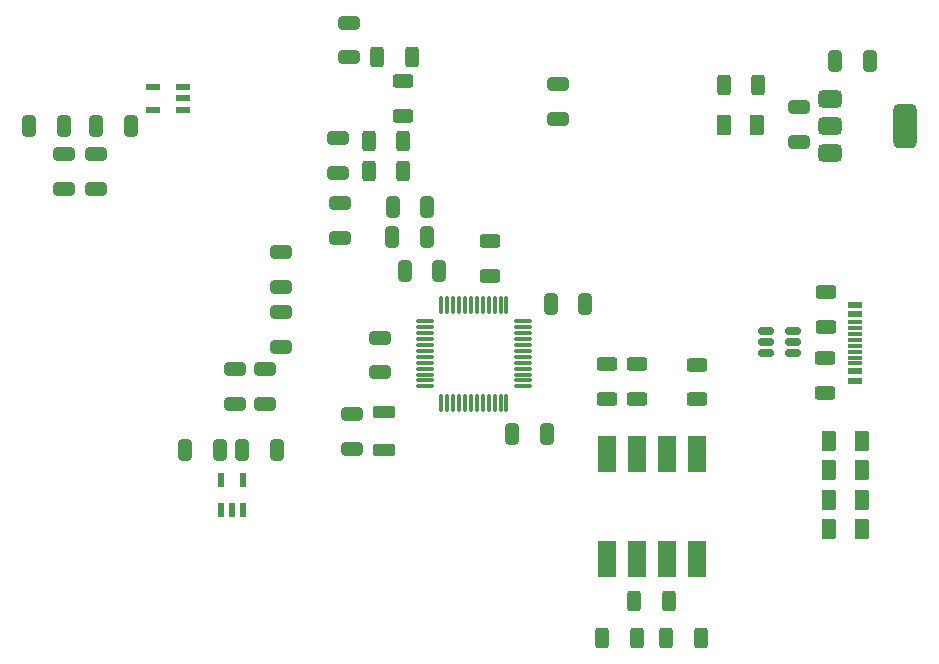
<source format=gbr>
%TF.GenerationSoftware,KiCad,Pcbnew,8.0.2*%
%TF.CreationDate,2024-05-08T19:58:38+03:00*%
%TF.ProjectId,deneme,64656e65-6d65-42e6-9b69-6361645f7063,rev?*%
%TF.SameCoordinates,Original*%
%TF.FileFunction,Paste,Top*%
%TF.FilePolarity,Positive*%
%FSLAX46Y46*%
G04 Gerber Fmt 4.6, Leading zero omitted, Abs format (unit mm)*
G04 Created by KiCad (PCBNEW 8.0.2) date 2024-05-08 19:58:38*
%MOMM*%
%LPD*%
G01*
G04 APERTURE LIST*
G04 Aperture macros list*
%AMRoundRect*
0 Rectangle with rounded corners*
0 $1 Rounding radius*
0 $2 $3 $4 $5 $6 $7 $8 $9 X,Y pos of 4 corners*
0 Add a 4 corners polygon primitive as box body*
4,1,4,$2,$3,$4,$5,$6,$7,$8,$9,$2,$3,0*
0 Add four circle primitives for the rounded corners*
1,1,$1+$1,$2,$3*
1,1,$1+$1,$4,$5*
1,1,$1+$1,$6,$7*
1,1,$1+$1,$8,$9*
0 Add four rect primitives between the rounded corners*
20,1,$1+$1,$2,$3,$4,$5,0*
20,1,$1+$1,$4,$5,$6,$7,0*
20,1,$1+$1,$6,$7,$8,$9,0*
20,1,$1+$1,$8,$9,$2,$3,0*%
G04 Aperture macros list end*
%ADD10RoundRect,0.250000X0.375000X0.625000X-0.375000X0.625000X-0.375000X-0.625000X0.375000X-0.625000X0*%
%ADD11RoundRect,0.250000X-0.325000X-0.650000X0.325000X-0.650000X0.325000X0.650000X-0.325000X0.650000X0*%
%ADD12RoundRect,0.250000X0.650000X-0.325000X0.650000X0.325000X-0.650000X0.325000X-0.650000X-0.325000X0*%
%ADD13RoundRect,0.250000X-0.312500X-0.625000X0.312500X-0.625000X0.312500X0.625000X-0.312500X0.625000X0*%
%ADD14RoundRect,0.250000X-0.650000X0.325000X-0.650000X-0.325000X0.650000X-0.325000X0.650000X0.325000X0*%
%ADD15RoundRect,0.250000X0.325000X0.650000X-0.325000X0.650000X-0.325000X-0.650000X0.325000X-0.650000X0*%
%ADD16RoundRect,0.375000X-0.625000X-0.375000X0.625000X-0.375000X0.625000X0.375000X-0.625000X0.375000X0*%
%ADD17RoundRect,0.500000X-0.500000X-1.400000X0.500000X-1.400000X0.500000X1.400000X-0.500000X1.400000X0*%
%ADD18RoundRect,0.250000X0.312500X0.625000X-0.312500X0.625000X-0.312500X-0.625000X0.312500X-0.625000X0*%
%ADD19RoundRect,0.150000X0.512500X0.150000X-0.512500X0.150000X-0.512500X-0.150000X0.512500X-0.150000X0*%
%ADD20RoundRect,0.088500X0.516500X0.206500X-0.516500X0.206500X-0.516500X-0.206500X0.516500X-0.206500X0*%
%ADD21RoundRect,0.250000X-0.625000X0.312500X-0.625000X-0.312500X0.625000X-0.312500X0.625000X0.312500X0*%
%ADD22R,1.160000X0.600000*%
%ADD23R,1.160000X0.300000*%
%ADD24RoundRect,0.088500X0.206500X-0.516500X0.206500X0.516500X-0.206500X0.516500X-0.206500X-0.516500X0*%
%ADD25RoundRect,0.075000X-0.662500X-0.075000X0.662500X-0.075000X0.662500X0.075000X-0.662500X0.075000X0*%
%ADD26RoundRect,0.075000X-0.075000X-0.662500X0.075000X-0.662500X0.075000X0.662500X-0.075000X0.662500X0*%
%ADD27RoundRect,0.250000X0.625000X-0.312500X0.625000X0.312500X-0.625000X0.312500X-0.625000X-0.312500X0*%
%ADD28R,1.600000X3.100000*%
%ADD29RoundRect,0.250000X-0.700000X0.275000X-0.700000X-0.275000X0.700000X-0.275000X0.700000X0.275000X0*%
%ADD30RoundRect,0.250000X-0.375000X-0.625000X0.375000X-0.625000X0.375000X0.625000X-0.375000X0.625000X0*%
G04 APERTURE END LIST*
D10*
%TO.C,D2*%
X200800000Y-86775000D03*
X198000000Y-86775000D03*
%TD*%
D11*
%TO.C,C20*%
X135955000Y-55150000D03*
X138905000Y-55150000D03*
%TD*%
D12*
%TO.C,R17*%
X135950000Y-60455000D03*
X135950000Y-57505000D03*
%TD*%
D13*
%TO.C,R8*%
X184237500Y-98480000D03*
X187162500Y-98480000D03*
%TD*%
D11*
%TO.C,C2*%
X174445000Y-70190000D03*
X177395000Y-70190000D03*
%TD*%
D14*
%TO.C,R16*%
X147760000Y-75725000D03*
X147760000Y-78675000D03*
%TD*%
D15*
%TO.C,C5*%
X164015000Y-62040000D03*
X161065000Y-62040000D03*
%TD*%
D16*
%TO.C,U2*%
X198130000Y-52845000D03*
X198130000Y-55145000D03*
D17*
X204430000Y-55145000D03*
D16*
X198130000Y-57445000D03*
%TD*%
D12*
%TO.C,C12*%
X195500000Y-56475000D03*
X195500000Y-53525000D03*
%TD*%
D18*
%TO.C,R13*%
X161972500Y-56430000D03*
X159047500Y-56430000D03*
%TD*%
D19*
%TO.C,U5*%
X194977500Y-74395000D03*
X194977500Y-73445000D03*
X194977500Y-72495000D03*
X192702500Y-72495000D03*
X192702500Y-73445000D03*
X192702500Y-74395000D03*
%TD*%
D18*
%TO.C,R9*%
X184472500Y-95370000D03*
X181547500Y-95370000D03*
%TD*%
D12*
%TO.C,R15*%
X133260000Y-60455000D03*
X133260000Y-57505000D03*
%TD*%
D20*
%TO.C,U4*%
X143317500Y-53750000D03*
X143317500Y-52800000D03*
X143317500Y-51850000D03*
X140807500Y-51850000D03*
X140807500Y-53750000D03*
%TD*%
D14*
%TO.C,R18*%
X150260000Y-75705000D03*
X150260000Y-78655000D03*
%TD*%
D15*
%TO.C,C1*%
X163995000Y-64530000D03*
X161045000Y-64530000D03*
%TD*%
D12*
%TO.C,C8*%
X157620000Y-82485000D03*
X157620000Y-79535000D03*
%TD*%
%TO.C,C10*%
X151630000Y-68745000D03*
X151630000Y-65795000D03*
%TD*%
D21*
%TO.C,R1*%
X169330000Y-64917500D03*
X169330000Y-67842500D03*
%TD*%
D12*
%TO.C,C11*%
X151590000Y-73835000D03*
X151590000Y-70885000D03*
%TD*%
D14*
%TO.C,C16*%
X175110000Y-51565000D03*
X175110000Y-54515000D03*
%TD*%
D22*
%TO.C,J1*%
X200190000Y-76700000D03*
X200190000Y-75900000D03*
D23*
X200190000Y-74750000D03*
X200190000Y-73750000D03*
X200190000Y-73250000D03*
X200190000Y-72250000D03*
D22*
X200190000Y-71100000D03*
X200190000Y-70300000D03*
X200190000Y-70300000D03*
X200190000Y-71100000D03*
D23*
X200190000Y-71750000D03*
X200190000Y-72750000D03*
X200190000Y-74250000D03*
X200190000Y-75250000D03*
D22*
X200190000Y-75900000D03*
X200190000Y-76700000D03*
%TD*%
D21*
%TO.C,R4*%
X186820000Y-75337500D03*
X186820000Y-78262500D03*
%TD*%
%TO.C,R6*%
X179200000Y-75310000D03*
X179200000Y-78235000D03*
%TD*%
D13*
%TO.C,R7*%
X178797500Y-98470000D03*
X181722500Y-98470000D03*
%TD*%
D15*
%TO.C,C7*%
X133245000Y-55150000D03*
X130295000Y-55150000D03*
%TD*%
D21*
%TO.C,R5*%
X181800000Y-75312500D03*
X181800000Y-78237500D03*
%TD*%
D18*
%TO.C,R12*%
X162672500Y-49340000D03*
X159747500Y-49340000D03*
%TD*%
D11*
%TO.C,C3*%
X171155000Y-81240000D03*
X174105000Y-81240000D03*
%TD*%
D24*
%TO.C,U9*%
X146500000Y-87655000D03*
X147450000Y-87655000D03*
X148400000Y-87655000D03*
X148400000Y-85145000D03*
X146500000Y-85145000D03*
%TD*%
D25*
%TO.C,U1*%
X163790000Y-71685000D03*
X163790000Y-72185000D03*
X163790000Y-72685000D03*
X163790000Y-73185001D03*
X163790000Y-73685000D03*
X163790000Y-74185000D03*
X163790000Y-74685000D03*
X163790000Y-75185000D03*
X163790000Y-75684999D03*
X163790000Y-76185000D03*
X163790000Y-76685000D03*
X163790000Y-77185000D03*
D26*
X165202500Y-78597500D03*
X165702500Y-78597500D03*
X166202500Y-78597500D03*
X166702501Y-78597500D03*
X167202500Y-78597500D03*
X167702500Y-78597500D03*
X168202500Y-78597500D03*
X168702500Y-78597500D03*
X169202499Y-78597500D03*
X169702500Y-78597500D03*
X170202500Y-78597500D03*
X170702500Y-78597500D03*
D25*
X172115000Y-77185000D03*
X172115000Y-76685000D03*
X172115000Y-76185000D03*
X172115000Y-75684999D03*
X172115000Y-75185000D03*
X172115000Y-74685000D03*
X172115000Y-74185000D03*
X172115000Y-73685000D03*
X172115000Y-73185001D03*
X172115000Y-72685000D03*
X172115000Y-72185000D03*
X172115000Y-71685000D03*
D26*
X170702500Y-70272500D03*
X170202500Y-70272500D03*
X169702500Y-70272500D03*
X169202499Y-70272500D03*
X168702500Y-70272500D03*
X168202500Y-70272500D03*
X167702500Y-70272500D03*
X167202500Y-70272500D03*
X166702501Y-70272500D03*
X166202500Y-70272500D03*
X165702500Y-70272500D03*
X165202500Y-70272500D03*
%TD*%
D27*
%TO.C,R14*%
X161960000Y-54257500D03*
X161960000Y-51332500D03*
%TD*%
D15*
%TO.C,C19*%
X146475000Y-82580000D03*
X143525000Y-82580000D03*
%TD*%
D27*
%TO.C,R11*%
X197720000Y-72162500D03*
X197720000Y-69237500D03*
%TD*%
D28*
%TO.C,U3*%
X186810000Y-82955000D03*
X184270000Y-82955000D03*
X181730000Y-82955000D03*
X179190000Y-82955000D03*
X179190000Y-91845000D03*
X181730000Y-91845000D03*
X184270000Y-91845000D03*
X186810000Y-91845000D03*
%TD*%
D10*
%TO.C,D5*%
X200780000Y-89225000D03*
X197980000Y-89225000D03*
%TD*%
D29*
%TO.C,FB1*%
X160320000Y-79385000D03*
X160320000Y-82535000D03*
%TD*%
D13*
%TO.C,R3*%
X189112500Y-51650000D03*
X192037500Y-51650000D03*
%TD*%
D14*
%TO.C,C18*%
X156430000Y-56195000D03*
X156430000Y-59145000D03*
%TD*%
D12*
%TO.C,C17*%
X157390000Y-49335000D03*
X157390000Y-46385000D03*
%TD*%
%TO.C,C6*%
X160010000Y-76005000D03*
X160010000Y-73055000D03*
%TD*%
D10*
%TO.C,D3*%
X200820000Y-84260000D03*
X198020000Y-84260000D03*
%TD*%
D30*
%TO.C,D1*%
X189117500Y-55071250D03*
X191917500Y-55071250D03*
%TD*%
D11*
%TO.C,C21*%
X148355000Y-82600000D03*
X151305000Y-82600000D03*
%TD*%
D12*
%TO.C,C9*%
X156620000Y-64625000D03*
X156620000Y-61675000D03*
%TD*%
D15*
%TO.C,C4*%
X165025000Y-67430000D03*
X162075000Y-67430000D03*
%TD*%
D13*
%TO.C,R2*%
X159047500Y-58980000D03*
X161972500Y-58980000D03*
%TD*%
D15*
%TO.C,C13*%
X201465000Y-49610000D03*
X198515000Y-49610000D03*
%TD*%
D21*
%TO.C,R10*%
X197660000Y-74817500D03*
X197660000Y-77742500D03*
%TD*%
D10*
%TO.C,D4*%
X200800000Y-81850000D03*
X198000000Y-81850000D03*
%TD*%
M02*

</source>
